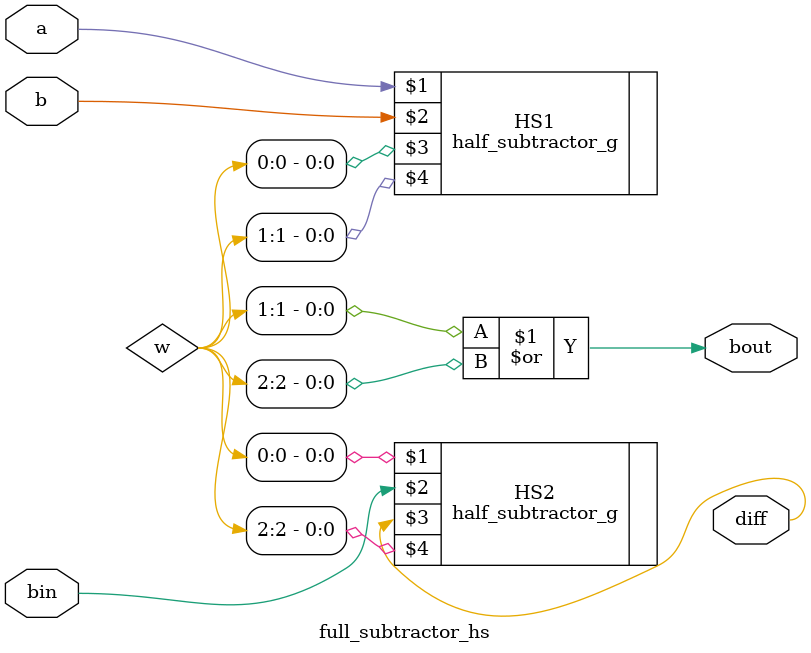
<source format=v>
module full_subtractor_hs(a,b,bin,diff,bout);

	input a,b,bin;
	output diff,bout;
	wire [2:0]w;

	half_subtractor_g HS1(a,b,w[0],w[1]);
	half_subtractor_g HS2(w[0],bin,diff,w[2]);
	or O1(bout,w[1],w[2]);
endmodule

</source>
